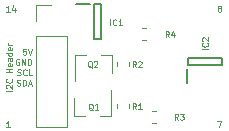
<source format=gbr>
%TF.GenerationSoftware,KiCad,Pcbnew,(5.1.6)-1*%
%TF.CreationDate,2021-08-23T14:57:44-04:00*%
%TF.ProjectId,full-can-variable,66756c6c-2d63-4616-9e2d-766172696162,rev?*%
%TF.SameCoordinates,Original*%
%TF.FileFunction,Legend,Top*%
%TF.FilePolarity,Positive*%
%FSLAX46Y46*%
G04 Gerber Fmt 4.6, Leading zero omitted, Abs format (unit mm)*
G04 Created by KiCad (PCBNEW (5.1.6)-1) date 2021-08-23 14:57:44*
%MOMM*%
%LPD*%
G01*
G04 APERTURE LIST*
%ADD10C,0.125000*%
%ADD11C,0.200000*%
%ADD12C,0.120000*%
G04 APERTURE END LIST*
D10*
X143135130Y-96203690D02*
X142897035Y-96203690D01*
X142873226Y-96441785D01*
X142897035Y-96417976D01*
X142944654Y-96394166D01*
X143063702Y-96394166D01*
X143111321Y-96417976D01*
X143135130Y-96441785D01*
X143158940Y-96489404D01*
X143158940Y-96608452D01*
X143135130Y-96656071D01*
X143111321Y-96679880D01*
X143063702Y-96703690D01*
X142944654Y-96703690D01*
X142897035Y-96679880D01*
X142873226Y-96656071D01*
X143301797Y-96203690D02*
X143468464Y-96703690D01*
X143635130Y-96203690D01*
X142539892Y-97102500D02*
X142492273Y-97078690D01*
X142420845Y-97078690D01*
X142349416Y-97102500D01*
X142301797Y-97150119D01*
X142277988Y-97197738D01*
X142254178Y-97292976D01*
X142254178Y-97364404D01*
X142277988Y-97459642D01*
X142301797Y-97507261D01*
X142349416Y-97554880D01*
X142420845Y-97578690D01*
X142468464Y-97578690D01*
X142539892Y-97554880D01*
X142563702Y-97531071D01*
X142563702Y-97364404D01*
X142468464Y-97364404D01*
X142777988Y-97578690D02*
X142777988Y-97078690D01*
X143063702Y-97578690D01*
X143063702Y-97078690D01*
X143301797Y-97578690D02*
X143301797Y-97078690D01*
X143420845Y-97078690D01*
X143492273Y-97102500D01*
X143539892Y-97150119D01*
X143563702Y-97197738D01*
X143587511Y-97292976D01*
X143587511Y-97364404D01*
X143563702Y-97459642D01*
X143539892Y-97507261D01*
X143492273Y-97554880D01*
X143420845Y-97578690D01*
X143301797Y-97578690D01*
X142397035Y-98429880D02*
X142468464Y-98453690D01*
X142587511Y-98453690D01*
X142635130Y-98429880D01*
X142658940Y-98406071D01*
X142682750Y-98358452D01*
X142682750Y-98310833D01*
X142658940Y-98263214D01*
X142635130Y-98239404D01*
X142587511Y-98215595D01*
X142492273Y-98191785D01*
X142444654Y-98167976D01*
X142420845Y-98144166D01*
X142397035Y-98096547D01*
X142397035Y-98048928D01*
X142420845Y-98001309D01*
X142444654Y-97977500D01*
X142492273Y-97953690D01*
X142611321Y-97953690D01*
X142682750Y-97977500D01*
X143182750Y-98406071D02*
X143158940Y-98429880D01*
X143087511Y-98453690D01*
X143039892Y-98453690D01*
X142968464Y-98429880D01*
X142920845Y-98382261D01*
X142897035Y-98334642D01*
X142873226Y-98239404D01*
X142873226Y-98167976D01*
X142897035Y-98072738D01*
X142920845Y-98025119D01*
X142968464Y-97977500D01*
X143039892Y-97953690D01*
X143087511Y-97953690D01*
X143158940Y-97977500D01*
X143182750Y-98001309D01*
X143635130Y-98453690D02*
X143397035Y-98453690D01*
X143397035Y-97953690D01*
X142373226Y-99304880D02*
X142444654Y-99328690D01*
X142563702Y-99328690D01*
X142611321Y-99304880D01*
X142635130Y-99281071D01*
X142658940Y-99233452D01*
X142658940Y-99185833D01*
X142635130Y-99138214D01*
X142611321Y-99114404D01*
X142563702Y-99090595D01*
X142468464Y-99066785D01*
X142420845Y-99042976D01*
X142397035Y-99019166D01*
X142373226Y-98971547D01*
X142373226Y-98923928D01*
X142397035Y-98876309D01*
X142420845Y-98852500D01*
X142468464Y-98828690D01*
X142587511Y-98828690D01*
X142658940Y-98852500D01*
X142873226Y-99328690D02*
X142873226Y-98828690D01*
X142992273Y-98828690D01*
X143063702Y-98852500D01*
X143111321Y-98900119D01*
X143135130Y-98947738D01*
X143158940Y-99042976D01*
X143158940Y-99114404D01*
X143135130Y-99209642D01*
X143111321Y-99257261D01*
X143063702Y-99304880D01*
X142992273Y-99328690D01*
X142873226Y-99328690D01*
X143349416Y-99185833D02*
X143587511Y-99185833D01*
X143301797Y-99328690D02*
X143468464Y-98828690D01*
X143635130Y-99328690D01*
X159464380Y-92777476D02*
X159416761Y-92753666D01*
X159392952Y-92729857D01*
X159369142Y-92682238D01*
X159369142Y-92658428D01*
X159392952Y-92610809D01*
X159416761Y-92587000D01*
X159464380Y-92563190D01*
X159559619Y-92563190D01*
X159607238Y-92587000D01*
X159631047Y-92610809D01*
X159654857Y-92658428D01*
X159654857Y-92682238D01*
X159631047Y-92729857D01*
X159607238Y-92753666D01*
X159559619Y-92777476D01*
X159464380Y-92777476D01*
X159416761Y-92801285D01*
X159392952Y-92825095D01*
X159369142Y-92872714D01*
X159369142Y-92967952D01*
X159392952Y-93015571D01*
X159416761Y-93039380D01*
X159464380Y-93063190D01*
X159559619Y-93063190D01*
X159607238Y-93039380D01*
X159631047Y-93015571D01*
X159654857Y-92967952D01*
X159654857Y-92872714D01*
X159631047Y-92825095D01*
X159607238Y-92801285D01*
X159559619Y-92777476D01*
X159345333Y-102342190D02*
X159678666Y-102342190D01*
X159464380Y-102842190D01*
X141763761Y-93063190D02*
X141478047Y-93063190D01*
X141620904Y-93063190D02*
X141620904Y-92563190D01*
X141573285Y-92634619D01*
X141525666Y-92682238D01*
X141478047Y-92706047D01*
X142192333Y-92729857D02*
X142192333Y-93063190D01*
X142073285Y-92539380D02*
X141954238Y-92896523D01*
X142263761Y-92896523D01*
X141747857Y-102842190D02*
X141462142Y-102842190D01*
X141605000Y-102842190D02*
X141605000Y-102342190D01*
X141557380Y-102413619D01*
X141509761Y-102461238D01*
X141462142Y-102485047D01*
D11*
%TO.C,IC1*%
X147330000Y-92419000D02*
X148580000Y-92419000D01*
X148930000Y-95419000D02*
X148930000Y-92419000D01*
X149480000Y-95419000D02*
X148930000Y-95419000D01*
X149480000Y-92419000D02*
X149480000Y-95419000D01*
X148930000Y-92419000D02*
X149480000Y-92419000D01*
D12*
%TO.C,I2C Header*%
X143958000Y-92523000D02*
X145288000Y-92523000D01*
X143958000Y-93853000D02*
X143958000Y-92523000D01*
X143958000Y-95123000D02*
X146618000Y-95123000D01*
X146618000Y-95123000D02*
X146618000Y-102803000D01*
X143958000Y-95123000D02*
X143958000Y-102803000D01*
X143958000Y-102803000D02*
X146618000Y-102803000D01*
%TO.C,Q1*%
X147203000Y-101868000D02*
X147203000Y-100408000D01*
X150363000Y-101868000D02*
X150363000Y-99708000D01*
X150363000Y-101868000D02*
X149433000Y-101868000D01*
X147203000Y-101868000D02*
X148133000Y-101868000D01*
%TO.C,Q2*%
X150424000Y-96776000D02*
X149494000Y-96776000D01*
X147264000Y-96776000D02*
X148194000Y-96776000D01*
X147264000Y-96776000D02*
X147264000Y-98936000D01*
X150424000Y-96776000D02*
X150424000Y-98236000D01*
%TO.C,R1*%
X150874000Y-100906733D02*
X150874000Y-101249267D01*
X151894000Y-100906733D02*
X151894000Y-101249267D01*
%TO.C,R2*%
X151894000Y-97350733D02*
X151894000Y-97693267D01*
X150874000Y-97350733D02*
X150874000Y-97693267D01*
%TO.C,R3*%
X154109267Y-101471000D02*
X153766733Y-101471000D01*
X154109267Y-102491000D02*
X153766733Y-102491000D01*
%TO.C,R4*%
X153319267Y-95506000D02*
X152976733Y-95506000D01*
X153319267Y-94486000D02*
X152976733Y-94486000D01*
D11*
%TO.C,IC2*%
X156858000Y-97582000D02*
X156858000Y-96982000D01*
X156858000Y-96982000D02*
X159758000Y-96982000D01*
X159758000Y-96982000D02*
X159758000Y-97582000D01*
X159758000Y-97582000D02*
X156858000Y-97582000D01*
X156808000Y-99132000D02*
X156808000Y-97932000D01*
%TO.C,IC1*%
D10*
X150260904Y-94206190D02*
X150260904Y-93706190D01*
X150784714Y-94158571D02*
X150760904Y-94182380D01*
X150689476Y-94206190D01*
X150641857Y-94206190D01*
X150570428Y-94182380D01*
X150522809Y-94134761D01*
X150499000Y-94087142D01*
X150475190Y-93991904D01*
X150475190Y-93920476D01*
X150499000Y-93825238D01*
X150522809Y-93777619D01*
X150570428Y-93730000D01*
X150641857Y-93706190D01*
X150689476Y-93706190D01*
X150760904Y-93730000D01*
X150784714Y-93753809D01*
X151260904Y-94206190D02*
X150975190Y-94206190D01*
X151118047Y-94206190D02*
X151118047Y-93706190D01*
X151070428Y-93777619D01*
X151022809Y-93825238D01*
X150975190Y-93849047D01*
%TO.C,I2C Header*%
X141958190Y-99766190D02*
X141458190Y-99766190D01*
X141505809Y-99551904D02*
X141482000Y-99528095D01*
X141458190Y-99480476D01*
X141458190Y-99361428D01*
X141482000Y-99313809D01*
X141505809Y-99290000D01*
X141553428Y-99266190D01*
X141601047Y-99266190D01*
X141672476Y-99290000D01*
X141958190Y-99575714D01*
X141958190Y-99266190D01*
X141910571Y-98766190D02*
X141934380Y-98790000D01*
X141958190Y-98861428D01*
X141958190Y-98909047D01*
X141934380Y-98980476D01*
X141886761Y-99028095D01*
X141839142Y-99051904D01*
X141743904Y-99075714D01*
X141672476Y-99075714D01*
X141577238Y-99051904D01*
X141529619Y-99028095D01*
X141482000Y-98980476D01*
X141458190Y-98909047D01*
X141458190Y-98861428D01*
X141482000Y-98790000D01*
X141505809Y-98766190D01*
X141958190Y-98170952D02*
X141458190Y-98170952D01*
X141696285Y-98170952D02*
X141696285Y-97885238D01*
X141958190Y-97885238D02*
X141458190Y-97885238D01*
X141934380Y-97456666D02*
X141958190Y-97504285D01*
X141958190Y-97599523D01*
X141934380Y-97647142D01*
X141886761Y-97670952D01*
X141696285Y-97670952D01*
X141648666Y-97647142D01*
X141624857Y-97599523D01*
X141624857Y-97504285D01*
X141648666Y-97456666D01*
X141696285Y-97432857D01*
X141743904Y-97432857D01*
X141791523Y-97670952D01*
X141958190Y-97004285D02*
X141696285Y-97004285D01*
X141648666Y-97028095D01*
X141624857Y-97075714D01*
X141624857Y-97170952D01*
X141648666Y-97218571D01*
X141934380Y-97004285D02*
X141958190Y-97051904D01*
X141958190Y-97170952D01*
X141934380Y-97218571D01*
X141886761Y-97242380D01*
X141839142Y-97242380D01*
X141791523Y-97218571D01*
X141767714Y-97170952D01*
X141767714Y-97051904D01*
X141743904Y-97004285D01*
X141958190Y-96551904D02*
X141458190Y-96551904D01*
X141934380Y-96551904D02*
X141958190Y-96599523D01*
X141958190Y-96694761D01*
X141934380Y-96742380D01*
X141910571Y-96766190D01*
X141862952Y-96790000D01*
X141720095Y-96790000D01*
X141672476Y-96766190D01*
X141648666Y-96742380D01*
X141624857Y-96694761D01*
X141624857Y-96599523D01*
X141648666Y-96551904D01*
X141934380Y-96123333D02*
X141958190Y-96170952D01*
X141958190Y-96266190D01*
X141934380Y-96313809D01*
X141886761Y-96337619D01*
X141696285Y-96337619D01*
X141648666Y-96313809D01*
X141624857Y-96266190D01*
X141624857Y-96170952D01*
X141648666Y-96123333D01*
X141696285Y-96099523D01*
X141743904Y-96099523D01*
X141791523Y-96337619D01*
X141958190Y-95885238D02*
X141624857Y-95885238D01*
X141720095Y-95885238D02*
X141672476Y-95861428D01*
X141648666Y-95837619D01*
X141624857Y-95790000D01*
X141624857Y-95742380D01*
%TO.C,Q1*%
X148796380Y-101397809D02*
X148748761Y-101374000D01*
X148701142Y-101326380D01*
X148629714Y-101254952D01*
X148582095Y-101231142D01*
X148534476Y-101231142D01*
X148558285Y-101350190D02*
X148510666Y-101326380D01*
X148463047Y-101278761D01*
X148439238Y-101183523D01*
X148439238Y-101016857D01*
X148463047Y-100921619D01*
X148510666Y-100874000D01*
X148558285Y-100850190D01*
X148653523Y-100850190D01*
X148701142Y-100874000D01*
X148748761Y-100921619D01*
X148772571Y-101016857D01*
X148772571Y-101183523D01*
X148748761Y-101278761D01*
X148701142Y-101326380D01*
X148653523Y-101350190D01*
X148558285Y-101350190D01*
X149248761Y-101350190D02*
X148963047Y-101350190D01*
X149105904Y-101350190D02*
X149105904Y-100850190D01*
X149058285Y-100921619D01*
X149010666Y-100969238D01*
X148963047Y-100993047D01*
%TO.C,Q2*%
X148730380Y-97793809D02*
X148682761Y-97770000D01*
X148635142Y-97722380D01*
X148563714Y-97650952D01*
X148516095Y-97627142D01*
X148468476Y-97627142D01*
X148492285Y-97746190D02*
X148444666Y-97722380D01*
X148397047Y-97674761D01*
X148373238Y-97579523D01*
X148373238Y-97412857D01*
X148397047Y-97317619D01*
X148444666Y-97270000D01*
X148492285Y-97246190D01*
X148587523Y-97246190D01*
X148635142Y-97270000D01*
X148682761Y-97317619D01*
X148706571Y-97412857D01*
X148706571Y-97579523D01*
X148682761Y-97674761D01*
X148635142Y-97722380D01*
X148587523Y-97746190D01*
X148492285Y-97746190D01*
X148897047Y-97293809D02*
X148920857Y-97270000D01*
X148968476Y-97246190D01*
X149087523Y-97246190D01*
X149135142Y-97270000D01*
X149158952Y-97293809D01*
X149182761Y-97341428D01*
X149182761Y-97389047D01*
X149158952Y-97460476D01*
X148873238Y-97746190D01*
X149182761Y-97746190D01*
%TO.C,R1*%
X152443666Y-101318190D02*
X152277000Y-101080095D01*
X152157952Y-101318190D02*
X152157952Y-100818190D01*
X152348428Y-100818190D01*
X152396047Y-100842000D01*
X152419857Y-100865809D01*
X152443666Y-100913428D01*
X152443666Y-100984857D01*
X152419857Y-101032476D01*
X152396047Y-101056285D01*
X152348428Y-101080095D01*
X152157952Y-101080095D01*
X152919857Y-101318190D02*
X152634142Y-101318190D01*
X152777000Y-101318190D02*
X152777000Y-100818190D01*
X152729380Y-100889619D01*
X152681761Y-100937238D01*
X152634142Y-100961047D01*
%TO.C,R2*%
X152443666Y-97762190D02*
X152277000Y-97524095D01*
X152157952Y-97762190D02*
X152157952Y-97262190D01*
X152348428Y-97262190D01*
X152396047Y-97286000D01*
X152419857Y-97309809D01*
X152443666Y-97357428D01*
X152443666Y-97428857D01*
X152419857Y-97476476D01*
X152396047Y-97500285D01*
X152348428Y-97524095D01*
X152157952Y-97524095D01*
X152634142Y-97309809D02*
X152657952Y-97286000D01*
X152705571Y-97262190D01*
X152824619Y-97262190D01*
X152872238Y-97286000D01*
X152896047Y-97309809D01*
X152919857Y-97357428D01*
X152919857Y-97405047D01*
X152896047Y-97476476D01*
X152610333Y-97762190D01*
X152919857Y-97762190D01*
%TO.C,R3*%
X155999666Y-102207190D02*
X155833000Y-101969095D01*
X155713952Y-102207190D02*
X155713952Y-101707190D01*
X155904428Y-101707190D01*
X155952047Y-101731000D01*
X155975857Y-101754809D01*
X155999666Y-101802428D01*
X155999666Y-101873857D01*
X155975857Y-101921476D01*
X155952047Y-101945285D01*
X155904428Y-101969095D01*
X155713952Y-101969095D01*
X156166333Y-101707190D02*
X156475857Y-101707190D01*
X156309190Y-101897666D01*
X156380619Y-101897666D01*
X156428238Y-101921476D01*
X156452047Y-101945285D01*
X156475857Y-101992904D01*
X156475857Y-102111952D01*
X156452047Y-102159571D01*
X156428238Y-102183380D01*
X156380619Y-102207190D01*
X156237761Y-102207190D01*
X156190142Y-102183380D01*
X156166333Y-102159571D01*
%TO.C,R4*%
X155237666Y-95222190D02*
X155071000Y-94984095D01*
X154951952Y-95222190D02*
X154951952Y-94722190D01*
X155142428Y-94722190D01*
X155190047Y-94746000D01*
X155213857Y-94769809D01*
X155237666Y-94817428D01*
X155237666Y-94888857D01*
X155213857Y-94936476D01*
X155190047Y-94960285D01*
X155142428Y-94984095D01*
X154951952Y-94984095D01*
X155666238Y-94888857D02*
X155666238Y-95222190D01*
X155547190Y-94698380D02*
X155428142Y-95055523D01*
X155737666Y-95055523D01*
%TO.C,IC2*%
X158534190Y-96246095D02*
X158034190Y-96246095D01*
X158486571Y-95722285D02*
X158510380Y-95746095D01*
X158534190Y-95817523D01*
X158534190Y-95865142D01*
X158510380Y-95936571D01*
X158462761Y-95984190D01*
X158415142Y-96008000D01*
X158319904Y-96031809D01*
X158248476Y-96031809D01*
X158153238Y-96008000D01*
X158105619Y-95984190D01*
X158058000Y-95936571D01*
X158034190Y-95865142D01*
X158034190Y-95817523D01*
X158058000Y-95746095D01*
X158081809Y-95722285D01*
X158081809Y-95531809D02*
X158058000Y-95508000D01*
X158034190Y-95460380D01*
X158034190Y-95341333D01*
X158058000Y-95293714D01*
X158081809Y-95269904D01*
X158129428Y-95246095D01*
X158177047Y-95246095D01*
X158248476Y-95269904D01*
X158534190Y-95555619D01*
X158534190Y-95246095D01*
%TD*%
M02*

</source>
